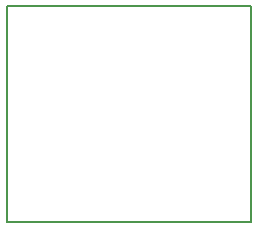
<source format=gbr>
G04 #@! TF.GenerationSoftware,KiCad,Pcbnew,5.1.6+dfsg1-1~bpo10+1*
G04 #@! TF.CreationDate,2020-07-24T12:50:56-05:00*
G04 #@! TF.ProjectId,BMagSensBoard,424d6167-5365-46e7-9342-6f6172642e6b,v1.0*
G04 #@! TF.SameCoordinates,Original*
G04 #@! TF.FileFunction,Profile,NP*
%FSLAX46Y46*%
G04 Gerber Fmt 4.6, Leading zero omitted, Abs format (unit mm)*
G04 Created by KiCad (PCBNEW 5.1.6+dfsg1-1~bpo10+1) date 2020-07-24 12:50:56*
%MOMM*%
%LPD*%
G01*
G04 APERTURE LIST*
G04 #@! TA.AperFunction,Profile*
%ADD10C,0.150000*%
G04 #@! TD*
G04 APERTURE END LIST*
D10*
X136466000Y-78340000D02*
X157162639Y-78340000D01*
X136466000Y-96562800D02*
X157162639Y-96562800D01*
X157162639Y-78340000D02*
X157162639Y-96562800D01*
X136466000Y-78340000D02*
X136466000Y-96562800D01*
M02*

</source>
